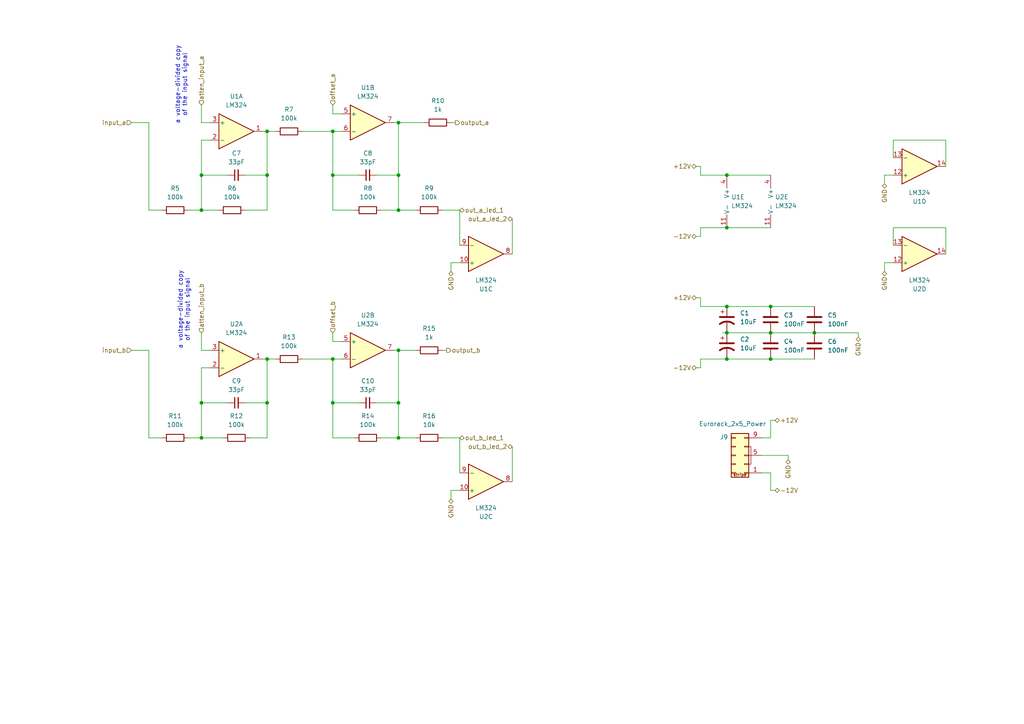
<source format=kicad_sch>
(kicad_sch (version 20231120) (generator "eeschema") (generator_version "8.0")
  (paper "A4")
  (title_block (title "OffsetAtten") (date "2024-05-01") (rev "v2.0") (company "Free Modular"))
  (lib_symbols
    (symbol "Amplifier_Operational:LM324" (pin_names (offset 0.127))
      (property "Reference" "U" (at 0 5.08 0))
      (property "Value" "LM324" (at 0 -5.08 0))
      (symbol "LM324_1_1"
        (polyline (pts (xy -5.08 5.08) (xy 5.08 0) (xy -5.08 -5.08) (xy -5.08 5.08)) (stroke (width 0.254)) (fill (type background)))
        (pin output line (at 7.62 0 180) (length 2.54) (name "~") (number "1"))
        (pin input line (at -7.62 -2.54 0) (length 2.54) (name "-") (number "2"))
        (pin input line (at -7.62 2.54 0) (length 2.54) (name "+") (number "3"))
      )
      (symbol "LM324_2_1"
        (polyline (pts (xy -5.08 5.08) (xy 5.08 0) (xy -5.08 -5.08) (xy -5.08 5.08)) (stroke (width 0.254)) (fill (type background)))
        (pin input line (at -7.62 2.54 0) (length 2.54) (name "+") (number "5"))
        (pin input line (at -7.62 -2.54 0) (length 2.54) (name "-") (number "6"))
        (pin output line (at 7.62 0 180) (length 2.54) (name "~") (number "7"))
      )
      (symbol "LM324_3_1"
        (polyline (pts (xy -5.08 5.08) (xy 5.08 0) (xy -5.08 -5.08) (xy -5.08 5.08)) (stroke (width 0.254)) (fill (type background)))
        (pin input line (at -7.62 2.54 0) (length 2.54) (name "+") (number "10"))
        (pin output line (at 7.62 0 180) (length 2.54) (name "~") (number "8"))
        (pin input line (at -7.62 -2.54 0) (length 2.54) (name "-") (number "9"))
      )
      (symbol "LM324_4_1"
        (polyline (pts (xy -5.08 5.08) (xy 5.08 0) (xy -5.08 -5.08) (xy -5.08 5.08)) (stroke (width 0.254)) (fill (type background)))
        (pin input line (at -7.62 2.54 0) (length 2.54) (name "+") (number "12"))
        (pin input line (at -7.62 -2.54 0) (length 2.54) (name "-") (number "13"))
        (pin output line (at 7.62 0 180) (length 2.54) (name "~") (number "14"))
      )
      (symbol "LM324_5_1"
        (pin power_in line (at -2.54 -7.62 90) (length 3.81) (name "V-") (number "11"))
        (pin power_in line (at -2.54 7.62 270) (length 3.81) (name "V+") (number "4"))
      )
    )
    (symbol "Device:C" (pin_numbers hide) (pin_names (offset 0.254))
      (property "Reference" "C" (at 0.635 2.54 0))
      (property "Value" "C" (at 0.635 -2.54 0))
      (symbol "C_0_1"
        (polyline (pts (xy -2.032 -0.762) (xy 2.032 -0.762)) (stroke (width 0.508)))
        (polyline (pts (xy -2.032 0.762) (xy 2.032 0.762)) (stroke (width 0.508)))
      )
      (symbol "C_1_1"
        (pin passive line (at 0 3.81 270) (length 2.794) (name "~") (number "1"))
        (pin passive line (at 0 -3.81 90) (length 2.794) (name "~") (number "2"))
      )
    )
    (symbol "Device:C_Polarized_US" (pin_numbers hide) (pin_names (offset 0.254) hide)
      (property "Reference" "C" (at 0.635 2.54 0))
      (property "Value" "C_Polarized_US" (at 0.635 -2.54 0))
      (symbol "C_Polarized_US_0_1"
        (polyline (pts (xy -2.032 0.762) (xy 2.032 0.762)) (stroke (width 0.508)))
        (polyline (pts (xy -1.778 2.286) (xy -0.762 2.286)))
        (polyline (pts (xy -1.27 1.778) (xy -1.27 2.794)))
        (arc (start 2.032 -1.27) (mid 0 -0.5572) (end -2.032 -1.27) (stroke (width 0.508)))
      )
      (symbol "C_Polarized_US_1_1"
        (pin passive line (at 0 3.81 270) (length 2.794) (name "~") (number "1"))
        (pin passive line (at 0 -3.81 90) (length 3.302) (name "~") (number "2"))
      )
    )
    (symbol "Device:C_Small" (pin_numbers hide) (pin_names (offset 0.254) hide)
      (property "Reference" "C" (at 0.254 1.778 0))
      (property "Value" "C_Small" (at 0.254 -2.032 0))
      (symbol "C_Small_0_1"
        (polyline (pts (xy -1.524 -0.508) (xy 1.524 -0.508)) (stroke (width 0.3302)))
        (polyline (pts (xy -1.524 0.508) (xy 1.524 0.508)) (stroke (width 0.3048)))
      )
      (symbol "C_Small_1_1"
        (pin passive line (at 0 2.54 270) (length 2.032) (name "~") (number "1"))
        (pin passive line (at 0 -2.54 90) (length 2.032) (name "~") (number "2"))
      )
    )
    (symbol "Device:R" (pin_numbers hide) (pin_names (offset 0))
      (property "Reference" "R" (at 2.032 0 90))
      (property "Value" "R" (at 0 0 90))
      (symbol "R_0_1"
        (rectangle (start -1.016 -2.54) (end 1.016 2.54) (stroke (width 0.254)))
      )
      (symbol "R_1_1"
        (pin passive line (at 0 3.81 270) (length 1.27) (name "~") (number "1"))
        (pin passive line (at 0 -3.81 90) (length 1.27) (name "~") (number "2"))
      )
    )
    (symbol "FreeModular:Eurorack_2x5_Power" (pin_names (offset 1.016) hide)
      (property "Reference" "J7" (at -3.81 2.54 0))
      (property "Value" "Eurorack_2x5_Power" (at 5.08 -2.54 0))
      (symbol "Eurorack_2x5_Power_0_1"
        (polyline (pts (xy 2.54 -2.54) (xy 3.175 -2.54) (xy 3.175 2.54) (xy 2.54 2.54)))
      )
      (symbol "Eurorack_2x5_Power_1_1"
        (rectangle (start -2.54 -5.207) (end -1.27 -4.953) (stroke (width 0.1524)))
        (rectangle (start -2.54 -2.667) (end -1.27 -2.413) (stroke (width 0.1524)))
        (rectangle (start -2.54 -0.127) (end -1.27 0.127) (stroke (width 0.1524)))
        (rectangle (start -2.54 2.413) (end -1.27 2.667) (stroke (width 0.1524)))
        (rectangle (start -2.54 4.953) (end -1.27 5.207) (stroke (width 0.1524)))
        (rectangle (start 2.54 -6.35) (end -2.54 6.35) (stroke (width 0.254)) (fill (type background)))
        (rectangle (start 2.54 -5.207) (end 1.27 -4.953) (stroke (width 0.1524)))
        (rectangle (start 2.54 -2.667) (end 1.27 -2.413) (stroke (width 0.1524)))
        (rectangle (start 2.54 -0.127) (end 1.27 0.127) (stroke (width 0.1524)))
        (rectangle (start 2.54 2.413) (end 1.27 2.667) (stroke (width 0.1524)))
        (rectangle (start 2.54 4.953) (end 1.27 5.207) (stroke (width 0.1524)))
        (text "stripe" (at 0 -5.588 0) (effects (font (size 0.9 0.9))))
        (pin power_out line (at 6.35 -5.08 180) (length 3.81) (name "-12v") (number "1"))
        (pin passive line (at 6.35 5.08 180) (length 3.81) hide (name "+12v") (number "10"))
        (pin passive line (at 6.35 -5.08 180) (length 3.81) hide (name "-12v") (number "2"))
        (pin passive line (at 6.35 0 180) (length 3.81) hide (name "GND") (number "3"))
        (pin passive line (at 6.35 0 180) (length 3.81) hide (name "GND") (number "4"))
        (pin passive line (at 6.35 0 180) (length 3.81) (name "GND") (number "5"))
        (pin passive line (at 6.35 0 180) (length 3.81) hide (name "GND") (number "6"))
        (pin passive line (at 6.35 0 180) (length 3.81) hide (name "GND") (number "7"))
        (pin passive line (at 6.35 0 180) (length 3.81) hide (name "GND") (number "8"))
        (pin power_out line (at 6.35 5.08 180) (length 3.81) (name "+12v") (number "9"))
      )
    )
  )
  (junction (at 58.42 116.84))
  (junction (at 115.57 50.8))
  (junction (at 223.52 88.9))
  (junction (at 58.42 127))
  (junction (at 236.22 96.52))
  (junction (at 77.47 50.8))
  (junction (at 223.52 96.52))
  (junction (at 210.82 96.52))
  (junction (at 77.47 104.14))
  (junction (at 223.52 104.14))
  (junction (at 115.57 60.96))
  (junction (at 96.52 38.1))
  (junction (at 77.47 116.84))
  (junction (at 115.57 101.6))
  (junction (at 115.57 116.84))
  (junction (at 58.42 50.8))
  (junction (at 210.82 50.8))
  (junction (at 210.82 88.9))
  (junction (at 58.42 60.96))
  (junction (at 96.52 104.14))
  (junction (at 210.82 66.04))
  (junction (at 115.57 35.56))
  (junction (at 77.47 38.1))
  (junction (at 96.52 116.84))
  (junction (at 115.57 127))
  (junction (at 96.52 50.8))
  (junction (at 210.82 104.14))
  (wire (pts (xy 203.2 66.04) (xy 210.82 66.04)))
  (wire (pts (xy 115.57 50.8) (xy 115.57 60.96)))
  (wire (pts (xy 203.2 106.68) (xy 203.2 104.14)))
  (wire (pts (xy 115.57 101.6) (xy 115.57 116.84)))
  (wire (pts (xy 96.52 50.8) (xy 104.14 50.8)))
  (wire (pts (xy 114.3 101.6) (xy 115.57 101.6)))
  (wire (pts (xy 128.27 60.96) (xy 133.35 60.96)))
  (wire (pts (xy 72.39 127) (xy 77.47 127)))
  (wire (pts (xy 236.22 96.52) (xy 248.92 96.52)))
  (wire (pts (xy 96.52 104.14) (xy 99.06 104.14)))
  (wire (pts (xy 129.54 101.6) (xy 128.27 101.6)))
  (wire (pts (xy 223.52 121.92) (xy 223.52 127)))
  (wire (pts (xy 259.08 76.2) (xy 256.54 76.2)))
  (wire (pts (xy 130.81 76.2) (xy 130.81 78.74)))
  (wire (pts (xy 259.08 40.64) (xy 274.32 40.64)))
  (wire (pts (xy 115.57 101.6) (xy 120.65 101.6)))
  (wire (pts (xy 203.2 66.04) (xy 203.2 68.58)))
  (wire (pts (xy 54.61 60.96) (xy 58.42 60.96)))
  (wire (pts (xy 96.52 38.1) (xy 99.06 38.1)))
  (wire (pts (xy 109.22 50.8) (xy 115.57 50.8)))
  (wire (pts (xy 87.63 104.14) (xy 96.52 104.14)))
  (wire (pts (xy 210.82 88.9) (xy 223.52 88.9)))
  (wire (pts (xy 203.2 104.14) (xy 210.82 104.14)))
  (wire (pts (xy 46.99 60.96) (xy 43.18 60.96)))
  (wire (pts (xy 115.57 35.56) (xy 115.57 50.8)))
  (wire (pts (xy 201.93 106.68) (xy 203.2 106.68)))
  (wire (pts (xy 128.27 127) (xy 133.35 127)))
  (wire (pts (xy 223.52 142.24) (xy 223.52 137.16)))
  (wire (pts (xy 256.54 76.2) (xy 256.54 78.74)))
  (wire (pts (xy 274.32 40.64) (xy 274.32 48.26)))
  (wire (pts (xy 110.49 127) (xy 115.57 127)))
  (wire (pts (xy 96.52 38.1) (xy 96.52 50.8)))
  (wire (pts (xy 60.96 106.68) (xy 58.42 106.68)))
  (wire (pts (xy 228.6 132.08) (xy 228.6 133.35)))
  (wire (pts (xy 110.49 60.96) (xy 115.57 60.96)))
  (wire (pts (xy 77.47 38.1) (xy 80.01 38.1)))
  (wire (pts (xy 58.42 30.48) (xy 58.42 35.56)))
  (wire (pts (xy 38.1 101.6) (xy 43.18 101.6)))
  (wire (pts (xy 259.08 66.04) (xy 274.32 66.04)))
  (wire (pts (xy 114.3 35.56) (xy 115.57 35.56)))
  (wire (pts (xy 58.42 101.6) (xy 60.96 101.6)))
  (wire (pts (xy 148.59 63.5) (xy 148.59 73.66)))
  (wire (pts (xy 77.47 104.14) (xy 77.47 116.84)))
  (wire (pts (xy 71.12 60.96) (xy 77.47 60.96)))
  (wire (pts (xy 130.81 144.78) (xy 130.81 142.24)))
  (wire (pts (xy 77.47 104.14) (xy 76.2 104.14)))
  (wire (pts (xy 43.18 35.56) (xy 43.18 60.96)))
  (wire (pts (xy 96.52 99.06) (xy 99.06 99.06)))
  (wire (pts (xy 203.2 48.26) (xy 203.2 50.8)))
  (wire (pts (xy 96.52 116.84) (xy 96.52 127)))
  (wire (pts (xy 71.12 50.8) (xy 77.47 50.8)))
  (wire (pts (xy 115.57 35.56) (xy 123.19 35.56)))
  (wire (pts (xy 96.52 116.84) (xy 104.14 116.84)))
  (wire (pts (xy 210.82 96.52) (xy 223.52 96.52)))
  (wire (pts (xy 223.52 66.04) (xy 210.82 66.04)))
  (wire (pts (xy 77.47 104.14) (xy 80.01 104.14)))
  (wire (pts (xy 210.82 104.14) (xy 223.52 104.14)))
  (wire (pts (xy 58.42 35.56) (xy 60.96 35.56)))
  (wire (pts (xy 96.52 104.14) (xy 96.52 116.84)))
  (wire (pts (xy 77.47 38.1) (xy 77.47 50.8)))
  (wire (pts (xy 46.99 127) (xy 43.18 127)))
  (wire (pts (xy 223.52 104.14) (xy 236.22 104.14)))
  (wire (pts (xy 210.82 96.52) (xy 209.55 96.52)))
  (wire (pts (xy 43.18 35.56) (xy 38.1 35.56)))
  (wire (pts (xy 223.52 137.16) (xy 220.98 137.16)))
  (wire (pts (xy 87.63 38.1) (xy 96.52 38.1)))
  (wire (pts (xy 223.52 96.52) (xy 236.22 96.52)))
  (wire (pts (xy 58.42 60.96) (xy 63.5 60.96)))
  (wire (pts (xy 96.52 50.8) (xy 96.52 60.96)))
  (wire (pts (xy 77.47 116.84) (xy 77.47 127)))
  (wire (pts (xy 223.52 121.92) (xy 224.79 121.92)))
  (wire (pts (xy 130.81 142.24) (xy 133.35 142.24)))
  (wire (pts (xy 58.42 50.8) (xy 58.42 60.96)))
  (wire (pts (xy 148.59 129.54) (xy 148.59 139.7)))
  (wire (pts (xy 256.54 50.8) (xy 256.54 53.34)))
  (wire (pts (xy 96.52 96.52) (xy 96.52 99.06)))
  (wire (pts (xy 223.52 142.24) (xy 224.79 142.24)))
  (wire (pts (xy 109.22 116.84) (xy 115.57 116.84)))
  (wire (pts (xy 58.42 106.68) (xy 58.42 116.84)))
  (wire (pts (xy 58.42 116.84) (xy 66.04 116.84)))
  (wire (pts (xy 43.18 127) (xy 43.18 101.6)))
  (wire (pts (xy 96.52 127) (xy 102.87 127)))
  (wire (pts (xy 58.42 116.84) (xy 58.42 127)))
  (wire (pts (xy 201.93 68.58) (xy 203.2 68.58)))
  (wire (pts (xy 58.42 50.8) (xy 66.04 50.8)))
  (wire (pts (xy 54.61 127) (xy 58.42 127)))
  (wire (pts (xy 133.35 60.96) (xy 133.35 71.12)))
  (wire (pts (xy 58.42 96.52) (xy 58.42 101.6)))
  (wire (pts (xy 274.32 66.04) (xy 274.32 73.66)))
  (wire (pts (xy 259.08 50.8) (xy 256.54 50.8)))
  (wire (pts (xy 203.2 88.9) (xy 210.82 88.9)))
  (wire (pts (xy 259.08 71.12) (xy 259.08 66.04)))
  (wire (pts (xy 96.52 30.48) (xy 96.52 33.02)))
  (wire (pts (xy 77.47 50.8) (xy 77.47 60.96)))
  (wire (pts (xy 96.52 60.96) (xy 102.87 60.96)))
  (wire (pts (xy 228.6 132.08) (xy 220.98 132.08)))
  (wire (pts (xy 77.47 38.1) (xy 76.2 38.1)))
  (wire (pts (xy 210.82 50.8) (xy 203.2 50.8)))
  (wire (pts (xy 201.93 48.26) (xy 203.2 48.26)))
  (wire (pts (xy 223.52 88.9) (xy 236.22 88.9)))
  (wire (pts (xy 115.57 127) (xy 120.65 127)))
  (wire (pts (xy 259.08 45.72) (xy 259.08 40.64)))
  (wire (pts (xy 58.42 127) (xy 64.77 127)))
  (wire (pts (xy 248.92 96.52) (xy 248.92 97.79)))
  (wire (pts (xy 201.93 86.36) (xy 203.2 86.36)))
  (wire (pts (xy 133.35 76.2) (xy 130.81 76.2)))
  (wire (pts (xy 71.12 116.84) (xy 77.47 116.84)))
  (wire (pts (xy 132.08 35.56) (xy 130.81 35.56)))
  (wire (pts (xy 115.57 60.96) (xy 120.65 60.96)))
  (wire (pts (xy 203.2 86.36) (xy 203.2 88.9)))
  (wire (pts (xy 115.57 116.84) (xy 115.57 127)))
  (wire (pts (xy 133.35 127) (xy 133.35 137.16)))
  (wire (pts (xy 96.52 33.02) (xy 99.06 33.02)))
  (wire (pts (xy 223.52 127) (xy 220.98 127)))
  (wire (pts (xy 58.42 40.64) (xy 60.96 40.64)))
  (wire (pts (xy 223.52 50.8) (xy 210.82 50.8)))
  (wire (pts (xy 58.42 40.64) (xy 58.42 50.8)))
  (text "a voltage-divided copy\nof the input signal" (at 53.34 89.916 90) (effects (font (size 1.27 1.27))))
  (text "a voltage-divided copy\nof the input signal" (at 52.578 24.638 90) (effects (font (size 1.27 1.27))))
  (hierarchical_label "output_a" (shape output) (at 132.08 35.56 0))
  (hierarchical_label "out_b_led_1" (shape bidirectional) (at 133.35 127 0))
  (hierarchical_label "atten_input_a" (shape input) (at 58.42 30.48 90))
  (hierarchical_label "+12V" (shape bidirectional) (at 224.79 121.92 0))
  (hierarchical_label "out_a_led_1" (shape bidirectional) (at 133.35 60.96 0))
  (hierarchical_label "out_b_led_2" (shape bidirectional) (at 148.59 129.54 180))
  (hierarchical_label "GND" (shape bidirectional) (at 228.6 133.35 270))
  (hierarchical_label "output_b" (shape output) (at 129.54 101.6 0))
  (hierarchical_label "-12V" (shape bidirectional) (at 224.79 142.24 0))
  (hierarchical_label "offset_a" (shape input) (at 96.52 30.48 90))
  (hierarchical_label "input_a" (shape input) (at 38.1 35.56 180))
  (hierarchical_label "+12V" (shape bidirectional) (at 201.93 86.36 180))
  (hierarchical_label "+12V" (shape bidirectional) (at 201.93 48.26 180))
  (hierarchical_label "offset_b" (shape input) (at 96.52 96.52 90))
  (hierarchical_label "GND" (shape bidirectional) (at 130.81 78.74 270))
  (hierarchical_label "GND" (shape bidirectional) (at 256.54 78.74 270))
  (hierarchical_label "atten_input_b" (shape input) (at 58.42 96.52 90))
  (hierarchical_label "out_a_led_2" (shape bidirectional) (at 148.59 63.5 180))
  (hierarchical_label "-12V" (shape bidirectional) (at 201.93 106.68 180))
  (hierarchical_label "-12V" (shape bidirectional) (at 201.93 68.58 180))
  (hierarchical_label "input_b" (shape input) (at 38.1 101.6 180))
  (hierarchical_label "GND" (shape bidirectional) (at 256.54 53.34 270))
  (hierarchical_label "GND" (shape bidirectional) (at 130.81 144.78 270))
  (hierarchical_label "GND" (shape bidirectional) (at 248.92 97.79 270))
  (symbol (lib_id "FreeModular:Eurorack_2x5_Power") (at 214.63 132.08 0) (unit 1)
    (property "Reference" "J9" (at 208.788 126.746 0) (effects (justify left)))
    (property "Value" "Eurorack_2x5_Power" (at 202.692 122.936 0) (effects (justify left)))
    (property "Footprint" "Connector_IDC:IDC-Header_2x05_P2.54mm_Vertical" (effects (hide yes)))
    (property "Description" "Generic connector, double row, 02x05, odd/even pin numbering scheme (row 1 odd numbers, row 2 even numbers)" (effects (hide yes)))
  )
  (symbol (lib_id "Device:R") (at 67.31 60.96 270) (unit 1)
    (property "Reference" "R6" (at 67.31 54.61 90))
    (property "Value" "100k" (at 67.31 57.15 90))
    (property "Footprint" "Resistor_THT:R_Axial_DIN0207_L6.3mm_D2.5mm_P10.16mm_Horizontal" (effects (hide yes)))
    (property "Description" "Resistor" (effects (hide yes)))
  )
  (symbol (lib_id "Device:R") (at 50.8 127 270) (unit 1)
    (property "Reference" "R11" (at 50.8 120.65 90))
    (property "Value" "100k" (at 50.8 123.19 90))
    (property "Footprint" "Resistor_THT:R_Axial_DIN0207_L6.3mm_D2.5mm_P10.16mm_Horizontal" (effects (hide yes)))
    (property "Description" "Resistor" (effects (hide yes)))
  )
  (symbol (lib_id "Device:C_Small") (at 106.68 50.8 90) (unit 1)
    (property "Reference" "C8" (at 106.6863 44.45 90))
    (property "Value" "33pF" (at 106.6863 46.99 90))
    (property "Footprint" "Capacitor_THT:C_Disc_D4.7mm_W2.5mm_P5.00mm" (effects (hide yes)))
    (property "Description" "Unpolarized capacitor, small symbol" (effects (hide yes)))
  )
  (symbol (lib_id "Device:C") (at 236.22 100.33 0) (unit 1)
    (property "Reference" "C6" (at 240.03 99.0599 0) (effects (justify left)))
    (property "Value" "100nF" (at 240.03 101.5999 0) (effects (justify left)))
    (property "Footprint" "Capacitor_THT:C_Disc_D4.7mm_W2.5mm_P5.00mm" (effects (hide yes)))
    (property "Description" "Unpolarized capacitor" (effects (hide yes)))
  )
  (symbol (lib_id "Device:R") (at 127 35.56 270) (unit 1)
    (property "Reference" "R10" (at 127 29.21 90))
    (property "Value" "1k" (at 127 31.75 90))
    (property "Footprint" "Resistor_THT:R_Axial_DIN0207_L6.3mm_D2.5mm_P10.16mm_Horizontal" (effects (hide yes)))
    (property "Description" "Resistor" (effects (hide yes)))
  )
  (symbol (lib_id "Device:C_Small") (at 68.58 50.8 90) (unit 1)
    (property "Reference" "C7" (at 68.5863 44.45 90))
    (property "Value" "33pF" (at 68.5863 46.99 90))
    (property "Footprint" "Capacitor_THT:C_Disc_D4.7mm_W2.5mm_P5.00mm" (effects (hide yes)))
    (property "Description" "Unpolarized capacitor, small symbol" (effects (hide yes)))
  )
  (symbol (lib_id "Device:C") (at 223.52 92.71 0) (unit 1)
    (property "Reference" "C3" (at 227.33 91.4399 0) (effects (justify left)))
    (property "Value" "100nF" (at 227.33 93.9799 0) (effects (justify left)))
    (property "Footprint" "Capacitor_THT:C_Disc_D4.7mm_W2.5mm_P5.00mm" (effects (hide yes)))
    (property "Description" "Unpolarized capacitor" (effects (hide yes)))
  )
  (symbol (lib_id "Amplifier_Operational:LM324") (at 68.58 38.1 0) (unit 1)
    (property "Reference" "U1" (at 68.58 27.94 0))
    (property "Value" "LM324" (at 68.58 30.48 0))
    (property "Footprint" "Package_DIP:DIP-14_W7.62mm" (effects (hide yes)))
    (property "Datasheet" "http://www.ti.com/lit/ds/symlink/lm2902-n.pdf" (effects (hide yes)))
    (property "Description" "Low-Power, Quad-Operational Amplifiers, DIP-14/SOIC-14/SSOP-14" (effects (hide yes)))
  )
  (symbol (lib_id "Device:C_Small") (at 68.58 116.84 90) (unit 1)
    (property "Reference" "C9" (at 68.5863 110.49 90))
    (property "Value" "33pF" (at 68.5863 113.03 90))
    (property "Footprint" "Capacitor_THT:C_Disc_D4.7mm_W2.5mm_P5.00mm" (effects (hide yes)))
    (property "Description" "Unpolarized capacitor, small symbol" (effects (hide yes)))
  )
  (symbol (lib_id "Device:R") (at 50.8 60.96 90) (unit 1)
    (property "Reference" "R5" (at 50.8 54.61 90))
    (property "Value" "100k" (at 50.8 57.15 90))
    (property "Footprint" "Resistor_THT:R_Axial_DIN0207_L6.3mm_D2.5mm_P10.16mm_Horizontal" (effects (hide yes)))
    (property "Description" "Resistor" (effects (hide yes)))
  )
  (symbol (lib_id "Amplifier_Operational:LM324") (at 226.06 58.42 0) (unit 5)
    (property "Reference" "U2" (at 224.79 57.1499 0) (effects (justify left)))
    (property "Value" "LM324" (at 224.79 59.6899 0) (effects (justify left)))
    (property "Footprint" "Package_DIP:DIP-14_W7.62mm" (effects (hide yes)))
    (property "Datasheet" "http://www.ti.com/lit/ds/symlink/lm2902-n.pdf" (effects (hide yes)))
    (property "Description" "Low-Power, Quad-Operational Amplifiers, DIP-14/SOIC-14/SSOP-14" (effects (hide yes)))
  )
  (symbol (lib_id "Amplifier_Operational:LM324") (at 140.97 139.7 0) (mirror x) (unit 3)
    (property "Reference" "U2" (at 140.97 149.86 0))
    (property "Value" "LM324" (at 140.97 147.32 0))
    (property "Footprint" "Package_DIP:DIP-14_W7.62mm" (effects (hide yes)))
    (property "Datasheet" "http://www.ti.com/lit/ds/symlink/lm2902-n.pdf" (effects (hide yes)))
    (property "Description" "Low-Power, Quad-Operational Amplifiers, DIP-14/SOIC-14/SSOP-14" (effects (hide yes)))
  )
  (symbol (lib_id "Amplifier_Operational:LM324") (at 266.7 48.26 0) (mirror x) (unit 4)
    (property "Reference" "U1" (at 266.7 58.42 0))
    (property "Value" "LM324" (at 266.7 55.88 0))
    (property "Footprint" "Package_DIP:DIP-14_W7.62mm" (effects (hide yes)))
    (property "Datasheet" "http://www.ti.com/lit/ds/symlink/lm2902-n.pdf" (effects (hide yes)))
    (property "Description" "Low-Power, Quad-Operational Amplifiers, DIP-14/SOIC-14/SSOP-14" (effects (hide yes)))
  )
  (symbol (lib_id "Device:R") (at 106.68 60.96 270) (unit 1)
    (property "Reference" "R8" (at 106.68 54.61 90))
    (property "Value" "100k" (at 106.68 57.15 90))
    (property "Footprint" "Resistor_THT:R_Axial_DIN0207_L6.3mm_D2.5mm_P10.16mm_Horizontal" (effects (hide yes)))
    (property "Description" "Resistor" (effects (hide yes)))
  )
  (symbol (lib_id "Device:C") (at 223.52 100.33 0) (unit 1)
    (property "Reference" "C4" (at 227.33 99.0599 0) (effects (justify left)))
    (property "Value" "100nF" (at 227.33 101.5999 0) (effects (justify left)))
    (property "Footprint" "Capacitor_THT:C_Disc_D4.7mm_W2.5mm_P5.00mm" (effects (hide yes)))
    (property "Description" "Unpolarized capacitor" (effects (hide yes)))
  )
  (symbol (lib_id "Amplifier_Operational:LM324") (at 266.7 73.66 0) (mirror x) (unit 4)
    (property "Reference" "U2" (at 266.7 83.82 0))
    (property "Value" "LM324" (at 266.7 81.28 0))
    (property "Footprint" "Package_DIP:DIP-14_W7.62mm" (effects (hide yes)))
    (property "Datasheet" "http://www.ti.com/lit/ds/symlink/lm2902-n.pdf" (effects (hide yes)))
    (property "Description" "Low-Power, Quad-Operational Amplifiers, DIP-14/SOIC-14/SSOP-14" (effects (hide yes)))
  )
  (symbol (lib_id "Device:R") (at 106.68 127 270) (unit 1)
    (property "Reference" "R14" (at 106.68 120.65 90))
    (property "Value" "100k" (at 106.68 123.19 90))
    (property "Footprint" "Resistor_THT:R_Axial_DIN0207_L6.3mm_D2.5mm_P10.16mm_Horizontal" (effects (hide yes)))
    (property "Description" "Resistor" (effects (hide yes)))
  )
  (symbol (lib_id "Amplifier_Operational:LM324") (at 140.97 73.66 0) (mirror x) (unit 3)
    (property "Reference" "U1" (at 140.97 83.82 0))
    (property "Value" "LM324" (at 140.97 81.28 0))
    (property "Footprint" "Package_DIP:DIP-14_W7.62mm" (effects (hide yes)))
    (property "Datasheet" "http://www.ti.com/lit/ds/symlink/lm2902-n.pdf" (effects (hide yes)))
    (property "Description" "Low-Power, Quad-Operational Amplifiers, DIP-14/SOIC-14/SSOP-14" (effects (hide yes)))
  )
  (symbol (lib_id "Amplifier_Operational:LM324") (at 106.68 35.56 0) (unit 2)
    (property "Reference" "U1" (at 106.68 25.4 0))
    (property "Value" "LM324" (at 106.68 27.94 0))
    (property "Footprint" "Package_DIP:DIP-14_W7.62mm" (effects (hide yes)))
    (property "Datasheet" "http://www.ti.com/lit/ds/symlink/lm2902-n.pdf" (effects (hide yes)))
    (property "Description" "Low-Power, Quad-Operational Amplifiers, DIP-14/SOIC-14/SSOP-14" (effects (hide yes)))
  )
  (symbol (lib_id "Device:R") (at 124.46 101.6 270) (unit 1)
    (property "Reference" "R15" (at 124.46 95.25 90))
    (property "Value" "1k" (at 124.46 97.79 90))
    (property "Footprint" "Resistor_THT:R_Axial_DIN0207_L6.3mm_D2.5mm_P10.16mm_Horizontal" (effects (hide yes)))
    (property "Description" "Resistor" (effects (hide yes)))
  )
  (symbol (lib_id "Device:C_Polarized_US") (at 210.82 92.71 0) (unit 1)
    (property "Reference" "C1" (at 214.63 90.8049 0) (effects (justify left)))
    (property "Value" "10uF" (at 214.63 93.3449 0) (effects (justify left)))
    (property "Footprint" "Capacitor_THT:CP_Radial_D4.0mm_P1.50mm" (effects (hide yes)))
    (property "Description" "Polarized capacitor, US symbol" (effects (hide yes)))
  )
  (symbol (lib_id "Device:C") (at 236.22 92.71 0) (unit 1)
    (property "Reference" "C5" (at 240.03 91.4399 0) (effects (justify left)))
    (property "Value" "100nF" (at 240.03 93.9799 0) (effects (justify left)))
    (property "Footprint" "Capacitor_THT:C_Disc_D4.7mm_W2.5mm_P5.00mm" (effects (hide yes)))
    (property "Description" "Unpolarized capacitor" (effects (hide yes)))
  )
  (symbol (lib_id "Device:R") (at 83.82 38.1 270) (unit 1)
    (property "Reference" "R7" (at 83.82 31.75 90))
    (property "Value" "100k" (at 83.82 34.29 90))
    (property "Footprint" "Resistor_THT:R_Axial_DIN0207_L6.3mm_D2.5mm_P10.16mm_Horizontal" (effects (hide yes)))
    (property "Description" "Resistor" (effects (hide yes)))
  )
  (symbol (lib_id "Device:R") (at 124.46 60.96 270) (unit 1)
    (property "Reference" "R9" (at 124.46 54.61 90))
    (property "Value" "100k" (at 124.46 57.15 90))
    (property "Footprint" "Resistor_THT:R_Axial_DIN0207_L6.3mm_D2.5mm_P10.16mm_Horizontal" (effects (hide yes)))
    (property "Description" "Resistor" (effects (hide yes)))
  )
  (symbol (lib_id "Device:C_Polarized_US") (at 210.82 100.33 0) (unit 1)
    (property "Reference" "C2" (at 214.63 98.4249 0) (effects (justify left)))
    (property "Value" "10uF" (at 214.63 100.9649 0) (effects (justify left)))
    (property "Footprint" "Capacitor_THT:CP_Radial_D4.0mm_P1.50mm" (effects (hide yes)))
    (property "Description" "Polarized capacitor, US symbol" (effects (hide yes)))
  )
  (symbol (lib_id "Device:R") (at 83.82 104.14 270) (unit 1)
    (property "Reference" "R13" (at 83.82 97.79 90))
    (property "Value" "100k" (at 83.82 100.33 90))
    (property "Footprint" "Resistor_THT:R_Axial_DIN0207_L6.3mm_D2.5mm_P10.16mm_Horizontal" (effects (hide yes)))
    (property "Description" "Resistor" (effects (hide yes)))
  )
  (symbol (lib_id "Device:R") (at 124.46 127 270) (unit 1)
    (property "Reference" "R16" (at 124.46 120.65 90))
    (property "Value" "10k" (at 124.46 123.19 90))
    (property "Footprint" "Resistor_THT:R_Axial_DIN0207_L6.3mm_D2.5mm_P10.16mm_Horizontal" (effects (hide yes)))
    (property "Description" "Resistor" (effects (hide yes)))
  )
  (symbol (lib_id "Device:C_Small") (at 106.68 116.84 90) (unit 1)
    (property "Reference" "C10" (at 106.6863 110.49 90))
    (property "Value" "33pF" (at 106.6863 113.03 90))
    (property "Footprint" "Capacitor_THT:C_Disc_D4.7mm_W2.5mm_P5.00mm" (effects (hide yes)))
    (property "Description" "Unpolarized capacitor, small symbol" (effects (hide yes)))
  )
  (symbol (lib_id "Device:R") (at 68.58 127 270) (unit 1)
    (property "Reference" "R12" (at 68.58 120.65 90))
    (property "Value" "100k" (at 68.58 123.19 90))
    (property "Footprint" "Resistor_THT:R_Axial_DIN0207_L6.3mm_D2.5mm_P10.16mm_Horizontal" (effects (hide yes)))
    (property "Description" "Resistor" (effects (hide yes)))
  )
  (symbol (lib_id "Amplifier_Operational:LM324") (at 106.68 101.6 0) (unit 2)
    (property "Reference" "U2" (at 106.68 91.44 0))
    (property "Value" "LM324" (at 106.68 93.98 0))
    (property "Footprint" "Package_DIP:DIP-14_W7.62mm" (effects (hide yes)))
    (property "Datasheet" "http://www.ti.com/lit/ds/symlink/lm2902-n.pdf" (effects (hide yes)))
    (property "Description" "Low-Power, Quad-Operational Amplifiers, DIP-14/SOIC-14/SSOP-14" (effects (hide yes)))
  )
  (symbol (lib_id "Amplifier_Operational:LM324") (at 68.58 104.14 0) (unit 1)
    (property "Reference" "U2" (at 68.58 93.98 0))
    (property "Value" "LM324" (at 68.58 96.52 0))
    (property "Footprint" "Package_DIP:DIP-14_W7.62mm" (effects (hide yes)))
    (property "Datasheet" "http://www.ti.com/lit/ds/symlink/lm2902-n.pdf" (effects (hide yes)))
    (property "Description" "Low-Power, Quad-Operational Amplifiers, DIP-14/SOIC-14/SSOP-14" (effects (hide yes)))
  )
  (symbol (lib_id "Amplifier_Operational:LM324") (at 213.36 58.42 0) (unit 5)
    (property "Reference" "U1" (at 212.09 57.1499 0) (effects (justify left)))
    (property "Value" "LM324" (at 212.09 59.6899 0) (effects (justify left)))
    (property "Footprint" "Package_DIP:DIP-14_W7.62mm" (effects (hide yes)))
    (property "Datasheet" "http://www.ti.com/lit/ds/symlink/lm2902-n.pdf" (effects (hide yes)))
    (property "Description" "Low-Power, Quad-Operational Amplifiers, DIP-14/SOIC-14/SSOP-14" (effects (hide yes)))
  )
)
</source>
